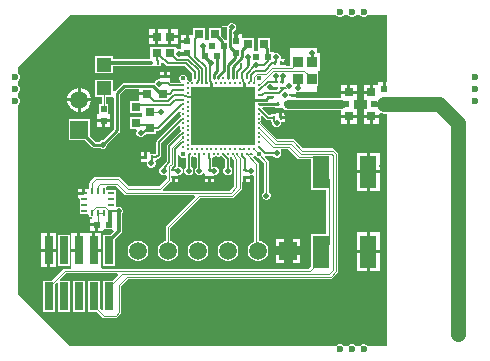
<source format=gtl>
G04*
G04 #@! TF.GenerationSoftware,Altium Limited,Altium Designer,24.0.1 (36)*
G04*
G04 Layer_Physical_Order=1*
G04 Layer_Color=5124078*
%FSLAX24Y24*%
%MOIN*%
G70*
G04*
G04 #@! TF.SameCoordinates,E6425953-F81D-4A1B-B41F-9E3DC787EA87*
G04*
G04*
G04 #@! TF.FilePolarity,Positive*
G04*
G01*
G75*
%ADD10C,0.0049*%
%ADD12C,0.0098*%
%ADD13C,0.0118*%
%ADD14C,0.0100*%
%ADD17C,0.0059*%
%ADD18C,0.0079*%
%ADD20R,0.0299X0.0945*%
%ADD21R,0.0098X0.0187*%
%ADD22R,0.0187X0.0098*%
%ADD23R,0.0512X0.0472*%
%ADD24R,0.0236X0.0197*%
%ADD25R,0.0228X0.0197*%
%ADD26R,0.0315X0.0295*%
%ADD27R,0.0197X0.0236*%
%ADD28R,0.0551X0.1083*%
%ADD29R,0.0217X0.0236*%
%ADD30R,0.0106X0.0118*%
%ADD31R,0.0335X0.0374*%
%ADD33R,0.0118X0.0106*%
%ADD34R,0.0315X0.0295*%
%ADD35R,0.0295X0.0315*%
%ADD54C,0.0197*%
%ADD60C,0.0089*%
%ADD61C,0.0157*%
%ADD62R,0.2126X0.1969*%
%ADD63C,0.0089*%
%ADD64C,0.0074*%
%ADD65C,0.0300*%
%ADD66C,0.0500*%
%ADD67C,0.0071*%
%ADD68C,0.0065*%
%ADD69C,0.0062*%
%ADD70C,0.0080*%
%ADD71C,0.0236*%
%ADD72R,0.0591X0.0591*%
%ADD73C,0.0591*%
%ADD74R,0.0591X0.0591*%
%ADD75C,0.0240*%
G36*
X12402Y8889D02*
X12343D01*
Y8671D01*
X12243D01*
Y8889D01*
X12095D01*
Y8801D01*
X11920D01*
Y8553D01*
X11870D01*
Y8503D01*
X11613D01*
Y8306D01*
X11713D01*
Y7994D01*
X11613D01*
Y7796D01*
X11870D01*
X12128D01*
Y7835D01*
X12178Y7868D01*
X12212Y7854D01*
X12290Y7844D01*
X12402D01*
Y102D01*
X11749D01*
X11709Y142D01*
X11647Y167D01*
X11581D01*
X11519Y142D01*
X11480Y102D01*
X11355D01*
X11315Y142D01*
X11254Y167D01*
X11187D01*
X11126Y142D01*
X11086Y102D01*
X10961D01*
X10922Y142D01*
X10860Y167D01*
X10793D01*
X10732Y142D01*
X10692Y102D01*
X1814D01*
X102Y1814D01*
Y8133D01*
X142Y8173D01*
X167Y8234D01*
Y8301D01*
X142Y8363D01*
X102Y8402D01*
Y8527D01*
X142Y8567D01*
X167Y8628D01*
Y8695D01*
X142Y8756D01*
X102Y8796D01*
Y8920D01*
X142Y8960D01*
X167Y9022D01*
Y9088D01*
X142Y9150D01*
X102Y9190D01*
Y9407D01*
X1814Y11119D01*
X10692D01*
X10732Y11079D01*
X10793Y11053D01*
X10860D01*
X10922Y11079D01*
X10961Y11119D01*
X11086D01*
X11126Y11079D01*
X11187Y11053D01*
X11254D01*
X11315Y11079D01*
X11355Y11119D01*
X11480D01*
X11519Y11079D01*
X11581Y11053D01*
X11647D01*
X11709Y11079D01*
X11749Y11119D01*
X12402D01*
Y8889D01*
D02*
G37*
%LPC*%
G36*
X5415Y10653D02*
X5207D01*
Y10456D01*
X5415D01*
Y10653D01*
D02*
G37*
G36*
X4665D02*
X4457D01*
Y10456D01*
X4665D01*
Y10653D01*
D02*
G37*
G36*
X5678Y10464D02*
X5530D01*
Y10296D01*
X5678D01*
Y10464D01*
D02*
G37*
G36*
X7249Y10866D02*
X7190D01*
X7136Y10844D01*
X7094Y10802D01*
X7088Y10786D01*
X7050Y10756D01*
X6900Y10756D01*
Y10736D01*
X7046Y10736D01*
X7053Y10732D01*
X7072Y10695D01*
Y10693D01*
X7065Y10659D01*
Y10289D01*
X7043Y10273D01*
X6989Y10291D01*
X6987Y10294D01*
X6968Y10323D01*
X6860Y10430D01*
Y10709D01*
X6467D01*
Y10334D01*
X6431Y10299D01*
X6377Y10299D01*
X6337Y10299D01*
X6329Y10345D01*
Y10709D01*
X5935D01*
Y10511D01*
X5927Y10464D01*
X5778D01*
Y10246D01*
X5728D01*
Y10196D01*
X5530D01*
Y10028D01*
X5530Y10028D01*
X5528Y10018D01*
X5497Y9994D01*
X5486Y9990D01*
X5433D01*
X5414Y9982D01*
X5364Y10016D01*
Y10071D01*
X4951D01*
X4951Y10071D01*
X4921D01*
Y10071D01*
X4901Y10071D01*
X4508D01*
Y9690D01*
X4508Y9677D01*
X4470Y9648D01*
X3268D01*
Y9764D01*
X2657D01*
Y9193D01*
X3268D01*
Y9427D01*
X4533D01*
X4544Y9429D01*
X4606D01*
X4636Y9429D01*
Y9429D01*
X4656D01*
Y9429D01*
X4860D01*
Y9543D01*
X4906Y9562D01*
X5019Y9450D01*
X5048Y9431D01*
X5082Y9424D01*
X5672D01*
X5894Y9201D01*
Y9042D01*
X5891Y9034D01*
Y8997D01*
X5887Y8954D01*
X5864Y8942D01*
X5853Y8938D01*
X5827Y8912D01*
X5801Y8938D01*
X5767Y8952D01*
X5757D01*
X5721Y8988D01*
X5719Y8998D01*
Y9041D01*
X5699Y9088D01*
X5663Y9124D01*
X5616Y9144D01*
X5565D01*
X5518Y9124D01*
X5482Y9088D01*
X5463Y9041D01*
Y8990D01*
X5482Y8943D01*
X5516Y8910D01*
X5515Y8897D01*
X5502Y8860D01*
X5191D01*
X5163Y8887D01*
X5159Y8935D01*
X5159Y8935D01*
Y9039D01*
X5000D01*
X4841D01*
Y8998D01*
X4823Y8986D01*
X4764D01*
X4710Y8964D01*
X4668Y8922D01*
X4656Y8892D01*
X4635Y8866D01*
X4596Y8858D01*
X4587Y8860D01*
X3632D01*
X3594Y8853D01*
X3562Y8831D01*
X3318Y8587D01*
X3306Y8588D01*
X3268Y8604D01*
Y8976D01*
X2657D01*
Y8406D01*
X2887D01*
Y8159D01*
X2785D01*
X2785Y7825D01*
X2739Y7817D01*
X2735D01*
Y7648D01*
X2943D01*
X3151D01*
Y7817D01*
X3147D01*
X3100Y7825D01*
X3100Y7867D01*
Y8159D01*
X3038D01*
Y8406D01*
X3268Y8406D01*
X3285Y8363D01*
Y7325D01*
X2919Y6959D01*
X2884D01*
X2830Y6936D01*
X2805Y6911D01*
X2673D01*
X2480Y7105D01*
Y7652D01*
X1791D01*
Y6963D01*
X2338D01*
X2561Y6740D01*
X2593Y6718D01*
X2632Y6711D01*
X2805D01*
X2830Y6686D01*
X2884Y6663D01*
X2943D01*
X2997Y6686D01*
X3039Y6727D01*
X3061Y6782D01*
Y6817D01*
X3457Y7212D01*
X3479Y7245D01*
X3486Y7283D01*
Y8472D01*
X3674Y8659D01*
X4132D01*
Y8554D01*
X4380D01*
Y8454D01*
X4132D01*
Y8248D01*
X3819D01*
Y7854D01*
X4231D01*
Y7717D01*
X3819D01*
Y7323D01*
X4027D01*
X4051Y7273D01*
X4035Y7234D01*
Y7175D01*
X4058Y7121D01*
X4099Y7080D01*
X4154Y7057D01*
X4212D01*
X4267Y7080D01*
X4308Y7121D01*
X4309Y7123D01*
X4335Y7141D01*
X4360Y7165D01*
X4695D01*
Y7272D01*
X4773D01*
X4807Y7279D01*
X4837Y7298D01*
X5453Y7915D01*
X5512Y7903D01*
X5517Y7893D01*
X5511Y7888D01*
X5497Y7853D01*
Y7816D01*
X5511Y7782D01*
X5510Y7772D01*
X5496Y7726D01*
X4730Y6959D01*
X4712Y6933D01*
X4706Y6903D01*
Y6532D01*
X4673Y6496D01*
X4500D01*
Y6547D01*
X4396D01*
Y6388D01*
X4346D01*
Y6338D01*
X4193D01*
Y6229D01*
X4378D01*
X4384Y6220D01*
Y6162D01*
X4406Y6107D01*
X4448Y6066D01*
X4502Y6043D01*
X4561D01*
X4615Y6066D01*
X4657Y6107D01*
X4679Y6162D01*
Y6220D01*
X4675Y6230D01*
X4674Y6266D01*
X4689Y6293D01*
X4711Y6310D01*
X4729Y6314D01*
X4755Y6331D01*
X4843Y6419D01*
X4861Y6446D01*
X4867Y6476D01*
Y6869D01*
X5442Y7444D01*
X5478Y7443D01*
X5499Y7434D01*
X5508Y7407D01*
X5497Y7381D01*
Y7344D01*
X5511Y7309D01*
X5537Y7283D01*
X5511Y7258D01*
X5505Y7243D01*
X5481Y7227D01*
X5481Y7227D01*
X5066Y6812D01*
X5049Y6786D01*
X5043Y6755D01*
Y6249D01*
X4923Y6129D01*
X4906Y6103D01*
X4900Y6073D01*
Y6067D01*
X4870Y6054D01*
X4829Y6013D01*
X4806Y5959D01*
Y5900D01*
X4829Y5846D01*
X4870Y5804D01*
X4924Y5782D01*
X4983D01*
X5007Y5791D01*
X5057Y5758D01*
Y5675D01*
X4802Y5420D01*
X3781D01*
X3478Y5723D01*
X3454Y5739D01*
X3425Y5745D01*
X2677D01*
X2648Y5739D01*
X2624Y5723D01*
X2496Y5595D01*
X2480Y5570D01*
X2474Y5541D01*
Y5389D01*
X2451D01*
Y5331D01*
X2338D01*
Y5182D01*
X2288D01*
Y5132D01*
X2095D01*
Y5033D01*
X2110D01*
X2146Y4998D01*
X2146Y4887D01*
X2146Y4837D01*
Y4493D01*
X2431Y4493D01*
X2451Y4451D01*
Y4385D01*
X2561D01*
X2563Y4383D01*
X2550Y4340D01*
X2543Y4332D01*
X2498D01*
Y4184D01*
X2717D01*
Y4134D01*
X2767D01*
Y3935D01*
X2935D01*
Y3940D01*
X2943Y3986D01*
X2985Y3986D01*
X3231Y3986D01*
X3279Y3938D01*
X3279Y3920D01*
X3169Y3809D01*
X2927D01*
Y2766D01*
X3325D01*
Y3653D01*
X3525Y3854D01*
X3549Y3889D01*
X3558Y3932D01*
Y4493D01*
X3573Y4508D01*
X3595Y4562D01*
Y4621D01*
X3573Y4675D01*
X3531Y4717D01*
X3477Y4739D01*
X3418D01*
X3396Y4730D01*
X3346Y4764D01*
X3346Y4887D01*
X3346Y4937D01*
Y5281D01*
X3061Y5281D01*
X3041Y5322D01*
Y5389D01*
X3041D01*
X3047Y5437D01*
X3355D01*
X3648Y5144D01*
X3672Y5127D01*
X3701Y5122D01*
X5973D01*
X5993Y5075D01*
X5043Y4126D01*
X5027Y4102D01*
X5021Y4073D01*
Y3605D01*
X4962Y3589D01*
X4883Y3543D01*
X4819Y3479D01*
X4773Y3401D01*
X4750Y3313D01*
Y3222D01*
X4773Y3135D01*
X4819Y3056D01*
X4883Y2992D01*
X4962Y2947D01*
X5049Y2923D01*
X5140D01*
X5227Y2947D01*
X5306Y2992D01*
X5370Y3056D01*
X5415Y3135D01*
X5439Y3222D01*
Y3313D01*
X5415Y3401D01*
X5370Y3479D01*
X5306Y3543D01*
X5227Y3589D01*
X5172Y3604D01*
Y4042D01*
X6143Y5013D01*
X7215D01*
X7243Y5019D01*
X7268Y5035D01*
X7534Y5301D01*
X7550Y5326D01*
X7556Y5354D01*
Y5571D01*
X7607D01*
Y5724D01*
X7657D01*
Y5774D01*
X7824D01*
X7835Y5782D01*
X7894D01*
X7916Y5791D01*
X7966Y5757D01*
Y3590D01*
X7962Y3589D01*
X7883Y3543D01*
X7819Y3479D01*
X7773Y3401D01*
X7750Y3313D01*
Y3222D01*
X7773Y3135D01*
X7819Y3056D01*
X7883Y2992D01*
X7962Y2947D01*
X8049Y2923D01*
X8140D01*
X8227Y2947D01*
X8306Y2992D01*
X8370Y3056D01*
X8415Y3135D01*
X8439Y3222D01*
Y3313D01*
X8415Y3401D01*
X8370Y3479D01*
X8306Y3543D01*
X8227Y3589D01*
X8140Y3612D01*
X8117D01*
Y6162D01*
X8111Y6191D01*
X8095Y6215D01*
X7938Y6371D01*
X7937Y6387D01*
X7956Y6412D01*
X7959Y6413D01*
X8012Y6413D01*
X8038Y6388D01*
X8085Y6368D01*
X8132D01*
X8301Y6199D01*
Y5237D01*
X8292Y5233D01*
X8251Y5192D01*
X8228Y5138D01*
Y5079D01*
X8251Y5025D01*
X8292Y4983D01*
X8347Y4961D01*
X8405D01*
X8460Y4983D01*
X8501Y5025D01*
X8524Y5079D01*
Y5138D01*
X8501Y5192D01*
X8460Y5233D01*
X8451Y5237D01*
Y6230D01*
X8446Y6259D01*
X8429Y6284D01*
X8317Y6395D01*
X8338Y6445D01*
X8594D01*
X8595Y6442D01*
X8637Y6400D01*
X8691Y6378D01*
X8750D01*
X8804Y6400D01*
X8846Y6442D01*
X8868Y6496D01*
Y6555D01*
X8846Y6609D01*
X8869Y6657D01*
X9095D01*
X9393Y6359D01*
X9417Y6343D01*
X9446Y6337D01*
X9872D01*
Y5305D01*
X10370D01*
Y3829D01*
X9872D01*
Y2754D01*
X9792Y2674D01*
X2897D01*
X2876Y2715D01*
X2876Y2724D01*
Y3237D01*
X2626D01*
Y3287D01*
X2576D01*
Y3860D01*
X2426D01*
X2376Y3860D01*
X2326Y3860D01*
X2176D01*
Y3287D01*
X2126D01*
Y3237D01*
X1876D01*
Y2724D01*
X1876Y2715D01*
X1855Y2674D01*
X1650D01*
X1621Y2668D01*
X1596Y2652D01*
X1218Y2274D01*
X927D01*
Y1230D01*
X1325D01*
Y2167D01*
X1381Y2223D01*
X1427Y2204D01*
Y1230D01*
X1825D01*
Y2274D01*
X1497D01*
X1477Y2320D01*
X1681Y2523D01*
X3403D01*
X3422Y2477D01*
X3218Y2274D01*
X2927D01*
Y1300D01*
X2881Y1281D01*
X2825Y1337D01*
Y2274D01*
X2427D01*
Y1230D01*
X2718D01*
X2900Y1049D01*
X2924Y1033D01*
X2953Y1027D01*
X3346D01*
X3375Y1033D01*
X3400Y1049D01*
X3518Y1167D01*
X3534Y1192D01*
X3540Y1220D01*
Y2095D01*
X3771Y2326D01*
X10512D01*
X10541Y2332D01*
X10565Y2348D01*
X10742Y2526D01*
X10759Y2550D01*
X10764Y2579D01*
Y6497D01*
X10759Y6526D01*
X10742Y6551D01*
X10630Y6662D01*
X10606Y6679D01*
X10577Y6685D01*
X9603D01*
X9305Y6982D01*
X9281Y6999D01*
X9252Y7004D01*
X8742D01*
X8201Y7545D01*
X8190Y7573D01*
X8164Y7598D01*
X8190Y7624D01*
X8204Y7659D01*
Y7696D01*
X8190Y7730D01*
X8184Y7736D01*
X8193Y7757D01*
X8251Y7768D01*
X8369Y7650D01*
X8395Y7633D01*
X8426Y7626D01*
X8526D01*
Y7598D01*
X8534D01*
X8563Y7559D01*
Y7500D01*
X8585Y7446D01*
X8627Y7404D01*
X8681Y7382D01*
X8740D01*
X8794Y7404D01*
X8836Y7446D01*
X8858Y7500D01*
Y7548D01*
X9006D01*
Y7657D01*
X8852D01*
Y7707D01*
X8802D01*
Y7866D01*
X8699D01*
Y7815D01*
X8526D01*
Y7787D01*
X8459D01*
X8242Y8004D01*
X8263Y8054D01*
X8435D01*
Y8053D01*
X8652D01*
X8654Y8041D01*
X8858D01*
Y8041D01*
X8878D01*
X8924Y8032D01*
X8941Y8006D01*
X9007Y7962D01*
X9085Y7946D01*
X10844Y7946D01*
X10865Y7929D01*
Y7796D01*
X11122D01*
X11380D01*
Y7994D01*
X11280D01*
Y8306D01*
X11380D01*
Y8503D01*
X11122D01*
X10865D01*
Y8394D01*
X10815Y8353D01*
X9362Y8353D01*
Y8409D01*
X9203D01*
Y8509D01*
X9362D01*
Y8546D01*
X10070Y8546D01*
Y8752D01*
X10098D01*
Y9224D01*
X10098D01*
X10104Y9272D01*
X10149D01*
Y9846D01*
X10070D01*
Y10016D01*
X9160Y10016D01*
Y9440D01*
X9025D01*
Y9468D01*
X8872D01*
Y9568D01*
X9025D01*
Y9677D01*
X8854D01*
X8848Y9685D01*
Y9744D01*
X8826Y9798D01*
X8784Y9840D01*
X8730Y9862D01*
X8671D01*
X8652Y9854D01*
X8602Y9888D01*
Y9892D01*
X8486D01*
Y10039D01*
X8484Y10049D01*
Y10354D01*
X8091D01*
Y9943D01*
X7953D01*
Y10354D01*
X7559D01*
X7551Y10401D01*
Y10484D01*
X7402D01*
Y10266D01*
X7302D01*
Y10484D01*
X7256D01*
Y10574D01*
X7303Y10593D01*
X7345Y10635D01*
X7367Y10689D01*
Y10748D01*
X7345Y10802D01*
X7303Y10844D01*
X7249Y10866D01*
D02*
G37*
G36*
X5415Y10356D02*
X5207D01*
Y10158D01*
X5415D01*
Y10356D01*
D02*
G37*
G36*
X5107Y10653D02*
X4765D01*
Y10406D01*
Y10158D01*
X5107D01*
Y10406D01*
Y10653D01*
D02*
G37*
G36*
X4665Y10356D02*
X4457D01*
Y10158D01*
X4665D01*
Y10356D01*
D02*
G37*
G36*
X5159Y9242D02*
X5050D01*
Y9139D01*
X5159D01*
Y9242D01*
D02*
G37*
G36*
X4950D02*
X4841D01*
Y9139D01*
X4950D01*
Y9242D01*
D02*
G37*
G36*
X11380Y8801D02*
X11172D01*
Y8603D01*
X11380D01*
Y8801D01*
D02*
G37*
G36*
X11820D02*
X11613D01*
Y8603D01*
X11820D01*
Y8801D01*
D02*
G37*
G36*
X11072D02*
X10865D01*
Y8603D01*
X11072D01*
Y8801D01*
D02*
G37*
G36*
X2188Y8702D02*
X2186D01*
Y8357D01*
X2531D01*
Y8359D01*
X2504Y8460D01*
X2452Y8550D01*
X2379Y8623D01*
X2288Y8675D01*
X2188Y8702D01*
D02*
G37*
G36*
X2086D02*
X2084D01*
X1983Y8675D01*
X1893Y8623D01*
X1820Y8550D01*
X1767Y8460D01*
X1741Y8359D01*
Y8357D01*
X2086D01*
Y8702D01*
D02*
G37*
G36*
X2531Y8257D02*
X2186D01*
Y7912D01*
X2188D01*
X2288Y7939D01*
X2379Y7991D01*
X2452Y8064D01*
X2504Y8155D01*
X2531Y8255D01*
Y8257D01*
D02*
G37*
G36*
X2086D02*
X1741D01*
Y8255D01*
X1767Y8155D01*
X1820Y8064D01*
X1893Y7991D01*
X1983Y7939D01*
X2084Y7912D01*
X2086D01*
Y8257D01*
D02*
G37*
G36*
X9006Y7866D02*
X8902D01*
Y7757D01*
X9006D01*
Y7866D01*
D02*
G37*
G36*
X12128Y7696D02*
X11920D01*
Y7498D01*
X12128D01*
Y7696D01*
D02*
G37*
G36*
X11820D02*
X11613D01*
Y7498D01*
X11820D01*
Y7696D01*
D02*
G37*
G36*
X11380D02*
X11172D01*
Y7498D01*
X11380D01*
Y7696D01*
D02*
G37*
G36*
X11072D02*
X10865D01*
Y7498D01*
X11072D01*
Y7696D01*
D02*
G37*
G36*
X3151Y7548D02*
X2993D01*
Y7380D01*
X3151D01*
Y7548D01*
D02*
G37*
G36*
X2893D02*
X2735D01*
Y7380D01*
X2893D01*
Y7548D01*
D02*
G37*
G36*
X4296Y6547D02*
X4193D01*
Y6438D01*
X4296D01*
Y6547D01*
D02*
G37*
G36*
X12147Y6537D02*
X11822D01*
Y5946D01*
X12147D01*
Y6537D01*
D02*
G37*
G36*
X11722D02*
X11396D01*
Y5946D01*
X11722D01*
Y6537D01*
D02*
G37*
G36*
X7817Y5674D02*
X7707D01*
Y5571D01*
X7817D01*
Y5674D01*
D02*
G37*
G36*
X12147Y5846D02*
X11822D01*
Y5254D01*
X12147D01*
Y5846D01*
D02*
G37*
G36*
X11722D02*
X11396D01*
Y5254D01*
X11722D01*
Y5846D01*
D02*
G37*
G36*
X2238Y5331D02*
X2095D01*
Y5232D01*
X2238D01*
Y5331D01*
D02*
G37*
G36*
X2667Y4084D02*
X2498D01*
Y3935D01*
X2667D01*
Y4084D01*
D02*
G37*
G36*
X9490Y3663D02*
X9244D01*
Y3418D01*
X9490D01*
Y3663D01*
D02*
G37*
G36*
X8944D02*
X8699D01*
Y3418D01*
X8944D01*
Y3663D01*
D02*
G37*
G36*
X2676Y3860D02*
Y3337D01*
X2876D01*
Y3860D01*
X2676D01*
D02*
G37*
G36*
X1376D02*
X1176D01*
Y3337D01*
X1376D01*
Y3860D01*
D02*
G37*
G36*
X1076D02*
X876D01*
Y3337D01*
X1076D01*
Y3860D01*
D02*
G37*
G36*
X2076D02*
X1876D01*
Y3337D01*
X2076D01*
Y3860D01*
D02*
G37*
G36*
X12147Y3880D02*
X11822D01*
Y3288D01*
X12147D01*
Y3880D01*
D02*
G37*
G36*
X11722D02*
X11396D01*
Y3288D01*
X11722D01*
Y3880D01*
D02*
G37*
G36*
X7140Y3612D02*
X7049D01*
X6962Y3589D01*
X6883Y3543D01*
X6819Y3479D01*
X6773Y3401D01*
X6750Y3313D01*
Y3222D01*
X6773Y3135D01*
X6819Y3056D01*
X6883Y2992D01*
X6962Y2947D01*
X7049Y2923D01*
X7140D01*
X7227Y2947D01*
X7306Y2992D01*
X7370Y3056D01*
X7416Y3135D01*
X7439Y3222D01*
Y3313D01*
X7416Y3401D01*
X7370Y3479D01*
X7306Y3543D01*
X7227Y3589D01*
X7140Y3612D01*
D02*
G37*
G36*
X6140D02*
X6049D01*
X5962Y3589D01*
X5883Y3543D01*
X5819Y3479D01*
X5773Y3401D01*
X5750Y3313D01*
Y3222D01*
X5773Y3135D01*
X5819Y3056D01*
X5883Y2992D01*
X5962Y2947D01*
X6049Y2923D01*
X6140D01*
X6227Y2947D01*
X6306Y2992D01*
X6370Y3056D01*
X6416Y3135D01*
X6439Y3222D01*
Y3313D01*
X6416Y3401D01*
X6370Y3479D01*
X6306Y3543D01*
X6227Y3589D01*
X6140Y3612D01*
D02*
G37*
G36*
X4140D02*
X4049D01*
X3962Y3589D01*
X3883Y3543D01*
X3819Y3479D01*
X3773Y3401D01*
X3750Y3313D01*
Y3222D01*
X3773Y3135D01*
X3819Y3056D01*
X3883Y2992D01*
X3962Y2947D01*
X4049Y2923D01*
X4140D01*
X4227Y2947D01*
X4306Y2992D01*
X4370Y3056D01*
X4415Y3135D01*
X4439Y3222D01*
Y3313D01*
X4415Y3401D01*
X4370Y3479D01*
X4306Y3543D01*
X4227Y3589D01*
X4140Y3612D01*
D02*
G37*
G36*
X9490Y3118D02*
X9244D01*
Y2872D01*
X9490D01*
Y3118D01*
D02*
G37*
G36*
X8944D02*
X8699D01*
Y2872D01*
X8944D01*
Y3118D01*
D02*
G37*
G36*
X1825Y3809D02*
X1427D01*
Y2766D01*
X1825D01*
Y3809D01*
D02*
G37*
G36*
X1376Y3237D02*
X1176D01*
Y2715D01*
X1376D01*
Y3237D01*
D02*
G37*
G36*
X1076D02*
X876D01*
Y2715D01*
X1076D01*
Y3237D01*
D02*
G37*
G36*
X12147Y3188D02*
X11822D01*
Y2597D01*
X12147D01*
Y3188D01*
D02*
G37*
G36*
X11722D02*
X11396D01*
Y2597D01*
X11722D01*
Y3188D01*
D02*
G37*
G36*
X2325Y2274D02*
X1927D01*
Y1230D01*
X2325D01*
Y2274D01*
D02*
G37*
%LPD*%
G36*
X5482Y6424D02*
X5518Y6388D01*
X5565Y6368D01*
X5616D01*
X5656Y6385D01*
X5684Y6374D01*
X5706Y6360D01*
Y6056D01*
X5703Y6054D01*
X5662Y6013D01*
X5639Y5959D01*
Y5900D01*
X5662Y5846D01*
X5703Y5804D01*
X5757Y5782D01*
X5816D01*
X5870Y5804D01*
X5912Y5846D01*
X5934Y5900D01*
Y5959D01*
X5912Y6013D01*
X5870Y6054D01*
X5867Y6056D01*
Y6412D01*
X5880Y6417D01*
X5906Y6443D01*
X5931Y6417D01*
X5966Y6403D01*
X6003D01*
X6011Y6406D01*
X6061Y6376D01*
Y6056D01*
X6058Y6054D01*
X6017Y6013D01*
X5994Y5959D01*
Y5900D01*
X6017Y5846D01*
X6058Y5804D01*
X6112Y5782D01*
X6171D01*
X6225Y5804D01*
X6267Y5846D01*
X6268Y5848D01*
X6318Y5838D01*
Y5774D01*
X6636D01*
Y5782D01*
X6663D01*
X6718Y5804D01*
X6759Y5846D01*
X6782Y5900D01*
Y5959D01*
X6759Y6013D01*
X6718Y6054D01*
X6663Y6077D01*
X6605D01*
X6599Y6074D01*
X6557Y6102D01*
Y6364D01*
X6592Y6400D01*
X6596Y6403D01*
X6633D01*
X6667Y6417D01*
X6693Y6443D01*
X6719Y6417D01*
X6753Y6403D01*
X6790D01*
X6825Y6417D01*
X6850Y6443D01*
X6876Y6417D01*
X6880Y6415D01*
X7006Y6289D01*
Y6056D01*
X7003Y6054D01*
X6961Y6013D01*
X6939Y5959D01*
Y5900D01*
X6961Y5846D01*
X7003Y5804D01*
X7057Y5782D01*
X7116D01*
X7170Y5804D01*
X7212Y5846D01*
X7234Y5900D01*
Y5959D01*
X7212Y6013D01*
X7170Y6054D01*
X7167Y6056D01*
Y6322D01*
X7161Y6353D01*
X7172Y6402D01*
X7214Y6400D01*
X7230Y6376D01*
X7297Y6309D01*
Y5419D01*
X7150Y5272D01*
X4937D01*
X4917Y5322D01*
X5166Y5571D01*
X5215D01*
Y5724D01*
X5265D01*
Y5774D01*
X5424D01*
Y5782D01*
X5462D01*
X5516Y5804D01*
X5557Y5846D01*
X5580Y5900D01*
Y5959D01*
X5557Y6013D01*
X5516Y6054D01*
X5462Y6077D01*
X5434D01*
X5415Y6100D01*
Y6465D01*
X5463Y6471D01*
X5482Y6424D01*
D02*
G37*
%LPC*%
G36*
X6636Y5674D02*
X6527D01*
Y5571D01*
X6636D01*
Y5674D01*
D02*
G37*
G36*
X6427D02*
X6318D01*
Y5571D01*
X6427D01*
Y5674D01*
D02*
G37*
G36*
X5424D02*
X5315D01*
Y5571D01*
X5424D01*
Y5674D01*
D02*
G37*
%LPD*%
D10*
X3465Y1220D02*
Y2126D01*
X3740Y2402D02*
X10512D01*
X3465Y2126D02*
X3740Y2402D01*
X1650Y2598D02*
X9823D01*
X3126Y2075D02*
X3551Y2500D01*
X10471D01*
X10591Y2620D01*
X9823Y2598D02*
X10197Y2972D01*
X1126Y2075D02*
X1650Y2598D01*
X3346Y1102D02*
X3465Y1220D01*
X2626Y1429D02*
X2953Y1102D01*
X3346D01*
X2626Y1429D02*
Y1752D01*
X3126D02*
Y2075D01*
X10512Y2402D02*
X10689Y2579D01*
X10591Y2620D02*
Y6457D01*
X10197Y2972D02*
Y3238D01*
X10445Y3486D01*
X10536Y6511D02*
X10591Y6457D01*
X10577Y6609D02*
X10689Y6497D01*
Y2579D02*
Y6497D01*
X10197Y5896D02*
X10445Y5647D01*
Y3486D02*
Y5647D01*
X10197Y5896D02*
Y6161D01*
X9126Y6732D02*
X9446Y6412D01*
X9946D02*
X10197Y6161D01*
X9446Y6412D02*
X9946D01*
X8592Y6732D02*
X9126D01*
X9193Y6831D02*
X9513Y6511D01*
X10536D01*
X8651Y6831D02*
X9193D01*
X8710Y6929D02*
X9252D01*
X9572Y6609D01*
X10577D01*
X1126Y1752D02*
Y2075D01*
X8120Y7362D02*
X8651Y6831D01*
X8110Y7362D02*
X8120D01*
X8120Y7520D02*
X8710Y6929D01*
X8120Y7205D02*
X8592Y6732D01*
X8110Y7520D02*
X8120D01*
X8110Y7205D02*
X8120D01*
X2549Y5246D02*
Y5541D01*
X2677Y5669D01*
X3425D01*
X3750Y5344D01*
X4833D01*
X3701Y5197D02*
X7181D01*
X7372Y5388D01*
X3386Y5512D02*
X3701Y5197D01*
X2835Y5512D02*
X3386D01*
X2746Y5423D02*
X2835Y5512D01*
X2746Y5246D02*
Y5423D01*
X3169Y4567D02*
X3194Y4592D01*
X3204D01*
X5132Y5644D02*
Y6079D01*
X4833Y5344D02*
X5132Y5644D01*
X2993Y4724D02*
X3101Y4616D01*
X3179D01*
X3204Y4592D01*
X2574Y4602D02*
X2696Y4724D01*
X2993D01*
X6112Y5089D02*
X7215D01*
X7480Y5354D02*
Y6371D01*
X7215Y5089D02*
X7480Y5354D01*
X7372Y5388D02*
Y6340D01*
X4498Y7904D02*
X4843D01*
X4488Y7894D02*
X4498Y7904D01*
X7874Y6487D02*
X7895D01*
X7717Y6496D02*
X7874D01*
X7717Y6487D02*
X8041Y6162D01*
Y3215D02*
Y6162D01*
Y3215D02*
X8096Y3159D01*
X9096D02*
X9114Y3142D01*
X9094Y3161D02*
X9096Y3159D01*
X7402Y6450D02*
X7480Y6371D01*
X2746Y4528D02*
X2943D01*
X2746Y4144D02*
X2776Y4114D01*
X2746Y4144D02*
Y4528D01*
X5096Y3159D02*
Y4073D01*
X6112Y5089D01*
X2963Y8012D02*
Y8691D01*
X2943Y7992D02*
X2963Y8012D01*
X2549Y4528D02*
X2574Y4552D01*
Y4602D01*
X7480Y6654D02*
X7638D01*
X7480Y6654D02*
X7480Y6654D01*
X7638D02*
X7638Y6654D01*
X5554Y7040D02*
X5583D01*
X5226Y6173D02*
Y6712D01*
X5554Y7040D01*
X5132Y6079D02*
X5226Y6173D01*
X5583Y7040D02*
X5591Y7047D01*
X7244Y6487D02*
X7283Y6448D01*
Y6429D02*
Y6448D01*
Y6429D02*
X7372Y6340D01*
X7244Y6487D02*
Y6496D01*
X7402Y6450D02*
Y6496D01*
X8110Y6496D02*
X8376Y6230D01*
Y5108D02*
Y6230D01*
X7953Y6654D02*
X8110Y6496D01*
X7953Y6654D02*
X7953D01*
X9882Y8988D02*
Y9014D01*
X9630Y9267D02*
X9882Y9014D01*
X8607Y9267D02*
X9630D01*
X8120Y8780D02*
X8607Y9267D01*
X8110Y8780D02*
X8120D01*
X8566Y9365D02*
X9235D01*
X9429Y9559D01*
X8369Y9168D02*
X8566Y9365D01*
X7953Y8858D02*
Y9074D01*
X8047Y9168D01*
X8369D01*
D12*
X3386Y7283D02*
Y8513D01*
X2913Y6811D02*
X3386Y7283D01*
X2136Y7307D02*
X2632Y6811D01*
X2913D01*
X8872Y9518D02*
Y9524D01*
X8876Y9528D02*
X8960D01*
X9038Y9606D02*
X9065D01*
X8872Y9524D02*
X8876Y9528D01*
X8960D02*
X9038Y9606D01*
X3386Y8513D02*
X3632Y8760D01*
X8430Y9749D02*
X8435Y9744D01*
X8386Y9793D02*
X8430Y9749D01*
X8386Y9793D02*
Y10039D01*
X8287Y10138D02*
X8386Y10039D01*
X8287Y10138D02*
Y10148D01*
X6949Y10100D02*
X6949Y10100D01*
X6900Y10149D02*
X6949Y10100D01*
X6663Y10492D02*
Y10502D01*
X4911Y8504D02*
X4990D01*
X4843D02*
X4911D01*
X4587Y8760D02*
X4843Y8504D01*
X3632Y8760D02*
X4587D01*
X6506Y9508D02*
Y9567D01*
X6339Y9734D02*
X6506Y9567D01*
X7756Y9449D02*
Y9744D01*
X4685Y9065D02*
X4709Y9089D01*
X5000D01*
X8537Y8687D02*
X8681D01*
D13*
X3126Y3610D02*
X3447Y3932D01*
Y4592D01*
X3126Y3287D02*
Y3610D01*
X3169Y4114D02*
Y4567D01*
X2963Y9478D02*
X3022Y9537D01*
X4533D01*
X5463Y9843D02*
X5709D01*
D14*
X5265Y5724D02*
X5271D01*
X5274Y5721D01*
X6477Y5724D02*
X6477Y5724D01*
X7657D02*
X7657Y5724D01*
X9420Y8696D02*
Y8979D01*
X9429Y8988D01*
X9880Y9560D02*
Y9856D01*
Y9560D02*
X9882Y9559D01*
X6250Y9854D02*
X6339Y9766D01*
X6250Y9854D02*
Y10098D01*
X4035Y8533D02*
X4350D01*
X4380Y8504D01*
D17*
X8691Y9561D02*
Y9715D01*
X6477Y5929D02*
X6614D01*
X4793Y8848D02*
X5089D01*
X4571Y6191D02*
Y6388D01*
X8110Y6732D02*
X8110D01*
X8317Y6526D02*
X8720D01*
X8110Y6732D02*
X8317Y6526D01*
X4980Y5956D02*
Y6073D01*
X5123Y6216D01*
X5335Y6100D02*
Y6655D01*
X5538Y7170D02*
X5548D01*
X5583Y7205D02*
X5591D01*
X4954Y5929D02*
X4980Y5956D01*
X5123Y6216D02*
Y6755D01*
X5265Y6031D02*
X5335Y6100D01*
X5123Y6755D02*
X5538Y7170D01*
X5548D02*
X5583Y7205D01*
X5335Y6655D02*
X5570Y6890D01*
X7087Y5929D02*
Y6322D01*
X7559Y6438D02*
Y6496D01*
Y6438D02*
X7657Y6340D01*
X6477Y5949D02*
Y6373D01*
X6476D02*
Y6476D01*
X7657Y5949D02*
Y6340D01*
X6929Y6480D02*
X7087Y6322D01*
X7657Y5949D02*
X7677Y5929D01*
X7864D01*
X6142D02*
Y6496D01*
X5787Y5929D02*
Y6456D01*
X5827Y6496D01*
X5432Y5929D02*
X5482D01*
X5413Y5949D02*
X5432Y5929D01*
X5295Y5949D02*
X5413D01*
X5265D02*
Y6031D01*
X6457Y6496D02*
X6476Y6476D01*
X4786Y6903D02*
X5561Y7677D01*
X4786Y6476D02*
Y6903D01*
X5984Y9016D02*
X5994Y9026D01*
X8573Y9518D02*
X8648D01*
X8327Y9272D02*
X8573Y9518D01*
X8004Y9272D02*
X8327D01*
X7849Y9117D02*
X8004Y9272D01*
X7849Y8942D02*
Y9117D01*
X7795Y8888D02*
X7849Y8942D01*
X7795Y8858D02*
Y8888D01*
X4698Y6388D02*
X4786Y6476D01*
X5570Y6890D02*
X5591D01*
X4571Y6388D02*
X4698D01*
X5561Y7677D02*
X5591D01*
X5157Y8780D02*
X5591D01*
X5089Y8848D02*
X5157Y8780D01*
X8648Y9518D02*
X8691Y9561D01*
X8412Y8907D02*
X8677D01*
X8681Y8911D01*
X8127Y8622D02*
X8412Y8907D01*
X8110Y8622D02*
X8127D01*
X8141Y7992D02*
X8426Y7707D01*
X8110Y7992D02*
X8141D01*
X8426Y7707D02*
X8628D01*
Y7612D02*
X8711Y7530D01*
X8628Y7612D02*
Y7707D01*
D18*
X3937Y7461D02*
X4488D01*
X3204Y4592D02*
X3447D01*
X8425Y9744D02*
X8430Y9749D01*
X8415Y9587D02*
Y9744D01*
X8780Y8543D02*
X8943Y8707D01*
X7995Y9449D02*
X8278D01*
X4774Y9815D02*
X4833Y9874D01*
X4715Y9636D02*
Y9874D01*
Y9636D02*
X4758Y9593D01*
Y9537D02*
Y9593D01*
X5082Y9514D02*
X5709D01*
X4833Y9764D02*
X5082Y9514D01*
X4833Y9764D02*
Y9874D01*
X5709Y9514D02*
X5984Y9239D01*
Y9016D02*
Y9239D01*
X7402Y9016D02*
Y9217D01*
X7533Y9349D01*
X7589Y9223D02*
X7757Y9392D01*
X7589Y9222D02*
Y9223D01*
X7559Y9193D02*
X7589Y9222D01*
X7559Y9016D02*
Y9193D01*
X7757Y9392D02*
Y9449D01*
X7533Y9349D02*
Y9449D01*
X8278D02*
X8415Y9587D01*
X7717Y9170D02*
X7995Y9449D01*
X7717Y9016D02*
Y9170D01*
X4773Y7362D02*
X5560Y8150D01*
X4488Y7362D02*
X4773D01*
X4429D02*
X4488D01*
X5560Y8150D02*
X5591D01*
X4183Y7205D02*
X4272D01*
X4429Y7362D01*
X8307Y8543D02*
X8770D01*
X8943Y8707D02*
X9032D01*
X8110Y8465D02*
X8228D01*
X8307Y8543D01*
D20*
X1126Y3287D02*
D03*
X1626D02*
D03*
X2126D02*
D03*
X2626D02*
D03*
X3126D02*
D03*
X1126Y1752D02*
D03*
X1626D02*
D03*
X2126D02*
D03*
X2626D02*
D03*
X3126D02*
D03*
D21*
X2549Y5246D02*
D03*
X2746D02*
D03*
X2943D02*
D03*
Y4528D02*
D03*
X2746D02*
D03*
X2549D02*
D03*
D22*
X3204Y5182D02*
D03*
Y4985D02*
D03*
Y4788D02*
D03*
Y4592D02*
D03*
X2288D02*
D03*
Y4788D02*
D03*
Y4985D02*
D03*
Y5182D02*
D03*
D23*
X2963Y8691D02*
D03*
Y9478D02*
D03*
D24*
X3110Y4134D02*
D03*
X2717D02*
D03*
X6949Y10100D02*
D03*
X6555D02*
D03*
X6732Y9766D02*
D03*
X6339D02*
D03*
X8435Y9744D02*
D03*
X8041D02*
D03*
D25*
X11953Y8150D02*
D03*
X11039D02*
D03*
D26*
X11870Y7746D02*
D03*
Y8553D02*
D03*
X11122D02*
D03*
Y7746D02*
D03*
D27*
X12293Y8278D02*
D03*
Y8671D02*
D03*
X5728Y10246D02*
D03*
Y9852D02*
D03*
X7352Y10266D02*
D03*
Y9872D02*
D03*
D28*
X11772Y5896D02*
D03*
X10197D02*
D03*
X11772Y3238D02*
D03*
X10197D02*
D03*
D29*
X2943Y7992D02*
D03*
Y7598D02*
D03*
D30*
X4758Y9537D02*
D03*
X4533D02*
D03*
X8756Y8150D02*
D03*
X8980D02*
D03*
X8852Y7707D02*
D03*
X8628D02*
D03*
X4346Y6388D02*
D03*
X4571D02*
D03*
X7757Y9449D02*
D03*
X7533D02*
D03*
X8872Y9518D02*
D03*
X8648D02*
D03*
D31*
X9882Y9559D02*
D03*
X9429Y8988D02*
D03*
X9882D02*
D03*
X9429Y9559D02*
D03*
D33*
X7657Y5724D02*
D03*
Y5949D02*
D03*
X6477D02*
D03*
Y5724D02*
D03*
X9203Y8234D02*
D03*
Y8459D02*
D03*
X5265Y5724D02*
D03*
Y5949D02*
D03*
X8898Y8911D02*
D03*
Y8687D02*
D03*
X5000Y9089D02*
D03*
Y8864D02*
D03*
X8681Y8687D02*
D03*
Y8911D02*
D03*
X8543Y8156D02*
D03*
Y8380D02*
D03*
D34*
X4488Y7362D02*
D03*
Y7894D02*
D03*
X5157Y10406D02*
D03*
Y9874D02*
D03*
X4026Y7520D02*
D03*
Y8051D02*
D03*
X4715Y9874D02*
D03*
Y10406D02*
D03*
D35*
X8287Y10148D02*
D03*
X7756D02*
D03*
X6132Y10502D02*
D03*
X6663D02*
D03*
X4911Y8504D02*
D03*
X4380D02*
D03*
D54*
X4191Y2097D02*
D03*
X5238Y2098D02*
D03*
X8238D02*
D03*
X9238D02*
D03*
X7238D02*
D03*
X6238D02*
D03*
X10345Y1991D02*
D03*
X10079Y7087D02*
D03*
X2559Y1102D02*
D03*
X2913Y6811D02*
D03*
X3447Y4592D02*
D03*
X4921Y4537D02*
D03*
X7854Y5423D02*
D03*
X6171Y5433D02*
D03*
X5699Y5453D02*
D03*
X12238Y10098D02*
D03*
Y6098D02*
D03*
Y4098D02*
D03*
Y2098D02*
D03*
X11738Y1098D02*
D03*
X11238Y10098D02*
D03*
Y6098D02*
D03*
Y4098D02*
D03*
Y2098D02*
D03*
X10738Y1098D02*
D03*
X10238Y10098D02*
D03*
X9738Y1098D02*
D03*
X9238Y6098D02*
D03*
X8738Y5098D02*
D03*
Y1098D02*
D03*
X7738Y5098D02*
D03*
X8238Y4098D02*
D03*
X7738Y1098D02*
D03*
X6738D02*
D03*
X6238Y4098D02*
D03*
X5738Y1098D02*
D03*
X4738D02*
D03*
X4238Y10098D02*
D03*
X3738Y7098D02*
D03*
X4238Y6098D02*
D03*
X3738Y1098D02*
D03*
X3238Y10098D02*
D03*
X2738Y7098D02*
D03*
X3238Y6098D02*
D03*
X2238Y10098D02*
D03*
X1738Y9098D02*
D03*
Y5098D02*
D03*
Y1098D02*
D03*
X738Y9098D02*
D03*
X1238Y8098D02*
D03*
X738Y7098D02*
D03*
X1238Y6098D02*
D03*
X738Y5098D02*
D03*
X1238Y4098D02*
D03*
X738Y3098D02*
D03*
X10561Y9469D02*
D03*
X7057Y4488D02*
D03*
X3268Y6358D02*
D03*
X4026Y6378D02*
D03*
X11181Y7087D02*
D03*
X10728Y7825D02*
D03*
X10344D02*
D03*
X10354Y8456D02*
D03*
X10728Y8455D02*
D03*
X11486Y7835D02*
D03*
X11496Y8484D02*
D03*
X9065Y9606D02*
D03*
X9965Y7825D02*
D03*
X9213Y5709D02*
D03*
X4811Y5611D02*
D03*
X4531Y6191D02*
D03*
X3701Y5787D02*
D03*
X7087Y5929D02*
D03*
X4954D02*
D03*
X8376Y5108D02*
D03*
X9420Y8706D02*
D03*
X9880Y9856D02*
D03*
X6634Y5929D02*
D03*
X7864D02*
D03*
X9500Y8456D02*
D03*
X9980D02*
D03*
X9000Y8466D02*
D03*
X6142Y5929D02*
D03*
X5787D02*
D03*
X8583Y5935D02*
D03*
X5432Y5929D02*
D03*
X4360Y9793D02*
D03*
X3730Y9016D02*
D03*
Y8533D02*
D03*
X4793Y8839D02*
D03*
X6250Y10098D02*
D03*
X6516Y9518D02*
D03*
X5463Y9843D02*
D03*
X8012Y9449D02*
D03*
X8474Y7953D02*
D03*
X3730Y10876D02*
D03*
X3730Y9793D02*
D03*
X8376Y10876D02*
D03*
X8681Y9094D02*
D03*
X4685Y9065D02*
D03*
X5728Y10581D02*
D03*
X7219Y10719D02*
D03*
X7766Y9744D02*
D03*
X8701Y9715D02*
D03*
X8927Y9094D02*
D03*
X8494Y8730D02*
D03*
X9114Y8760D02*
D03*
X9498Y7402D02*
D03*
X5157Y10748D02*
D03*
X4843Y7904D02*
D03*
X8711Y7530D02*
D03*
X4183Y7205D02*
D03*
X4350Y10404D02*
D03*
X8720Y6526D02*
D03*
X9430Y10146D02*
D03*
X7382Y10522D02*
D03*
X8967Y9793D02*
D03*
X9616Y7825D02*
D03*
X9970Y10876D02*
D03*
X9065Y7825D02*
D03*
X4035Y8533D02*
D03*
X4715Y10748D02*
D03*
X9075Y10876D02*
D03*
X9016Y6535D02*
D03*
D60*
X5906Y8858D02*
D03*
X5748D02*
D03*
X5591Y7992D02*
D03*
Y7835D02*
D03*
Y7520D02*
D03*
Y7362D02*
D03*
X5748Y7598D02*
D03*
Y7441D02*
D03*
Y7283D02*
D03*
Y7126D02*
D03*
Y6811D02*
D03*
X5591Y6732D02*
D03*
X5748Y6654D02*
D03*
X5906D02*
D03*
X6063D02*
D03*
X5984Y6496D02*
D03*
X6220Y6654D02*
D03*
X6378D02*
D03*
X6299Y6496D02*
D03*
X6535Y6654D02*
D03*
X6693D02*
D03*
X6614Y6496D02*
D03*
X6850Y6654D02*
D03*
X6772Y6496D02*
D03*
X7008Y6654D02*
D03*
X7165D02*
D03*
X7717Y6496D02*
D03*
X7795Y6654D02*
D03*
X7874Y6496D02*
D03*
X7953Y6654D02*
D03*
X8110Y7047D02*
D03*
Y7677D02*
D03*
X7480Y8858D02*
D03*
X7323D02*
D03*
X5748Y8071D02*
D03*
Y7913D02*
D03*
X5591Y7047D02*
D03*
X5748Y6969D02*
D03*
X7087Y6496D02*
D03*
X7323Y6654D02*
D03*
X7244Y6496D02*
D03*
X7480Y6654D02*
D03*
X7402Y6496D02*
D03*
X7638Y6654D02*
D03*
X8110Y7835D02*
D03*
X7165Y8858D02*
D03*
X7008D02*
D03*
X6929Y9016D02*
D03*
X6850Y8858D02*
D03*
X6693D02*
D03*
X8110Y7520D02*
D03*
Y7362D02*
D03*
Y8780D02*
D03*
X7953Y8858D02*
D03*
X7717Y9016D02*
D03*
X7559Y6496D02*
D03*
X6929D02*
D03*
X6457D02*
D03*
X6142D02*
D03*
X5827D02*
D03*
X5591Y6890D02*
D03*
X8110Y7205D02*
D03*
X5591D02*
D03*
Y7677D02*
D03*
X5748Y7756D02*
D03*
X8110Y7992D02*
D03*
Y8150D02*
D03*
X5591D02*
D03*
X5748Y8228D02*
D03*
X8110Y8307D02*
D03*
X5591D02*
D03*
X5748Y8386D02*
D03*
X8110Y8465D02*
D03*
X5591D02*
D03*
X5748Y8543D02*
D03*
X8110Y8622D02*
D03*
X5591D02*
D03*
X5748Y8701D02*
D03*
X5591Y8780D02*
D03*
X6535Y8858D02*
D03*
X6378D02*
D03*
X6220D02*
D03*
X6063D02*
D03*
X7559Y9016D02*
D03*
X7402D02*
D03*
X7244D02*
D03*
X7087D02*
D03*
X6772D02*
D03*
X6614D02*
D03*
X5984D02*
D03*
X7638Y8858D02*
D03*
X7795D02*
D03*
X8110Y6890D02*
D03*
Y6732D02*
D03*
D61*
X5591Y9016D02*
D03*
Y6496D02*
D03*
X8110D02*
D03*
Y9016D02*
D03*
D62*
X6929Y7756D02*
D03*
D63*
X7160Y10054D02*
X7352Y9862D01*
X6949Y10100D02*
Y10108D01*
Y9272D02*
Y10100D01*
X6900Y10149D02*
Y10255D01*
X6663Y10492D02*
X6900Y10255D01*
X8110Y8150D02*
X8756D01*
X7569Y9961D02*
X7756Y10148D01*
X7569Y9734D02*
Y9961D01*
X7244Y9409D02*
X7569Y9734D01*
X6614Y9154D02*
X6732Y9272D01*
X6614Y9016D02*
Y9154D01*
X6732Y9272D02*
Y9766D01*
X6772Y9016D02*
Y9094D01*
X6949Y9272D01*
X7244Y9016D02*
Y9409D01*
X6535Y8307D02*
Y8858D01*
X7087Y9447D02*
X7323Y9683D01*
X7087Y9016D02*
Y9447D01*
X7638Y8307D02*
Y8858D01*
X7323Y9683D02*
Y9862D01*
X6378Y8307D02*
X6929Y7756D01*
X7352Y10482D02*
X7382Y10512D01*
X7352Y10256D02*
Y10482D01*
X8494Y8730D02*
X8537Y8687D01*
X8898Y9065D02*
X8927Y9094D01*
X8898Y8911D02*
Y9065D01*
X7160Y10054D02*
Y10659D01*
X7219Y10719D01*
X7480Y8307D02*
X8352D01*
X8425Y8380D01*
X8543D01*
X6929Y7756D02*
X7045D01*
D64*
X5768Y9806D02*
Y9874D01*
X6004Y10344D02*
X6181Y10522D01*
X6004Y9744D02*
X6361Y9387D01*
X6004Y9744D02*
Y10344D01*
X6361Y8875D02*
Y9387D01*
X5768Y9806D02*
X6237Y9337D01*
X5390Y9639D02*
X5761D01*
X5157Y9872D02*
X5390Y9639D01*
X3932Y8135D02*
X5143D01*
X5276Y9872D02*
Y9874D01*
X5761Y9639D02*
X6115Y9286D01*
X6237Y8875D02*
Y9337D01*
X6115Y8966D02*
Y9286D01*
X6484Y8966D02*
Y9488D01*
X6361Y8875D02*
X6378Y8858D01*
X6220D02*
X6237Y8875D01*
X6484Y8965D02*
X6535Y8858D01*
X6063D02*
X6115Y8965D01*
X5315Y8307D02*
X5591D01*
Y8465D02*
X5748Y8386D01*
X5299Y8465D02*
X5591D01*
X5143Y8135D02*
X5315Y8307D01*
X5095Y8260D02*
X5299Y8465D01*
X4623Y8260D02*
X5095D01*
X4380Y8504D02*
X4623Y8260D01*
X5748Y8386D02*
X6024D01*
D65*
X9085Y8150D02*
X10844Y8149D01*
D66*
X14136Y8146D02*
X14750Y7532D01*
Y507D02*
Y7514D01*
X12290Y8146D02*
X14136D01*
D67*
X5992Y9026D02*
Y9061D01*
D68*
X7559Y9016D02*
X7638Y8858D01*
D69*
X5276Y8622D02*
X5591D01*
X5151Y8497D02*
X5276Y8622D01*
X4997Y8497D02*
X5151D01*
X4990Y8504D02*
X4997Y8497D01*
D70*
X8681Y8911D02*
Y9094D01*
D71*
X11614Y0D02*
D03*
X11220D02*
D03*
X10827D02*
D03*
X0Y8268D02*
D03*
Y8661D02*
D03*
Y9055D02*
D03*
X15315Y8268D02*
D03*
Y8661D02*
D03*
Y9055D02*
D03*
X11614Y11220D02*
D03*
X11220D02*
D03*
X10827D02*
D03*
D72*
X2136Y7307D02*
D03*
D73*
Y8307D02*
D03*
X8094Y3268D02*
D03*
X7094D02*
D03*
X6094D02*
D03*
X5094D02*
D03*
X4094D02*
D03*
D74*
X9094D02*
D03*
D75*
X6142Y8465D02*
D03*
X6667D02*
D03*
X7192D02*
D03*
X7717D02*
D03*
X6142Y7992D02*
D03*
X6667D02*
D03*
X7192D02*
D03*
X7717D02*
D03*
X6142Y7520D02*
D03*
X6667D02*
D03*
X7192D02*
D03*
X7717D02*
D03*
X6142Y7047D02*
D03*
X6667D02*
D03*
X7192D02*
D03*
X7717D02*
D03*
M02*

</source>
